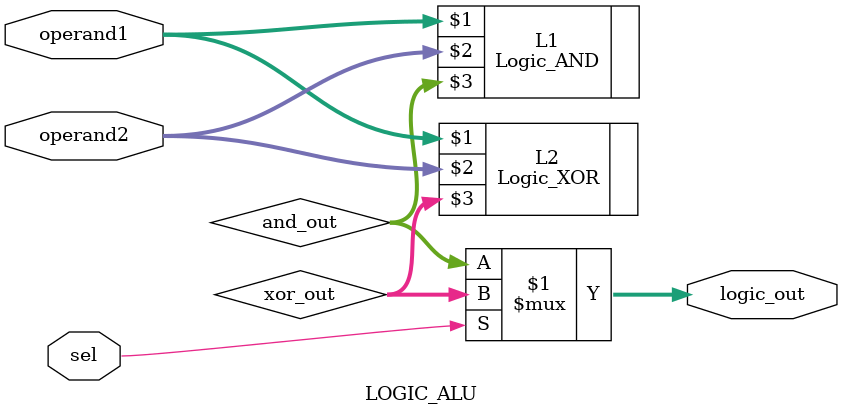
<source format=v>
`timescale 1ns / 1ps
module LOGIC_ALU(
    input [31:0] operand1,
    input [31:0] operand2,
    output [31:0] logic_out,
    input sel
    );

wire[31:0]  and_out;
wire[31:0]  xor_out;

Logic_AND L1(operand1,operand2,and_out);
Logic_XOR L2(operand1,operand2,xor_out);


assign logic_out=sel?xor_out:and_out; 

endmodule

</source>
